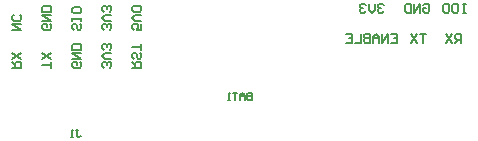
<source format=gbr>
%TF.GenerationSoftware,Altium Limited,Altium Designer,20.1.8 (145)*%
G04 Layer_Color=65535*
%FSLAX45Y45*%
%MOMM*%
%TF.SameCoordinates,FD79255C-762C-4566-ADEE-39C3475191BA*%
%TF.FilePolarity,Positive*%
%TF.FileFunction,Legend,Bot*%
%TF.Part,Single*%
G01*
G75*
%TA.AperFunction,NonConductor*%
%ADD38C,0.15240*%
%ADD39C,0.12700*%
D38*
X4047947Y952131D02*
X3997163D01*
X4022555D01*
Y875956D01*
X3971772Y952131D02*
X3920988Y875956D01*
Y952131D02*
X3971772Y875956D01*
X3690226Y1193335D02*
X3677530Y1206031D01*
X3652138D01*
X3639443Y1193335D01*
Y1180639D01*
X3652138Y1167944D01*
X3664834D01*
X3652138D01*
X3639443Y1155248D01*
Y1142552D01*
X3652138Y1129856D01*
X3677530D01*
X3690226Y1142552D01*
X3614051Y1206031D02*
Y1155248D01*
X3588659Y1129856D01*
X3563267Y1155248D01*
Y1206031D01*
X3537875Y1193335D02*
X3525179Y1206031D01*
X3499788D01*
X3487092Y1193335D01*
Y1180639D01*
X3499788Y1167944D01*
X3512483D01*
X3499788D01*
X3487092Y1155248D01*
Y1142552D01*
X3499788Y1129856D01*
X3525179D01*
X3537875Y1142552D01*
X4383878Y1206031D02*
X4358486D01*
X4371182D01*
Y1129856D01*
X4383878D01*
X4358486D01*
X4282311Y1206031D02*
X4307703D01*
X4320399Y1193335D01*
Y1142552D01*
X4307703Y1129856D01*
X4282311D01*
X4269615Y1142552D01*
Y1193335D01*
X4282311Y1206031D01*
X4244223Y1193335D02*
X4231527Y1206031D01*
X4206135D01*
X4193440Y1193335D01*
Y1142552D01*
X4206135Y1129856D01*
X4231527D01*
X4244223Y1142552D01*
Y1193335D01*
X3749514Y952131D02*
X3800298D01*
Y875956D01*
X3749514D01*
X3800298Y914043D02*
X3774906D01*
X3724122Y875956D02*
Y952131D01*
X3673339Y875956D01*
Y952131D01*
X3647947Y875956D02*
Y926739D01*
X3622555Y952131D01*
X3597163Y926739D01*
Y875956D01*
Y914043D01*
X3647947D01*
X3571772Y952131D02*
Y875956D01*
X3533684D01*
X3520988Y888652D01*
Y901347D01*
X3533684Y914043D01*
X3571772D01*
X3533684D01*
X3520988Y926739D01*
Y939435D01*
X3533684Y952131D01*
X3571772D01*
X3495596D02*
Y875956D01*
X3444813D01*
X3368637Y952131D02*
X3419421D01*
Y875956D01*
X3368637D01*
X3419421Y914043D02*
X3394029D01*
X4347947Y875956D02*
Y952131D01*
X4309859D01*
X4297163Y939435D01*
Y914043D01*
X4309859Y901347D01*
X4347947D01*
X4322555D02*
X4297163Y875956D01*
X4271771Y952131D02*
X4220988Y875956D01*
Y952131D02*
X4271771Y875956D01*
X4022636Y1193335D02*
X4035331Y1206031D01*
X4060723D01*
X4073419Y1193335D01*
Y1142552D01*
X4060723Y1129856D01*
X4035331D01*
X4022636Y1142552D01*
Y1167944D01*
X4048027D01*
X3997244Y1129856D02*
Y1206031D01*
X3946460Y1129856D01*
Y1206031D01*
X3921068D02*
Y1129856D01*
X3882981D01*
X3870285Y1142552D01*
Y1193335D01*
X3882981Y1206031D01*
X3921068D01*
X545888Y989100D02*
X622063D01*
X545888Y1039884D01*
X622063D01*
X609367Y1116059D02*
X622063Y1103364D01*
Y1077972D01*
X609367Y1065276D01*
X558584D01*
X545888Y1077972D01*
Y1103364D01*
X558584Y1116059D01*
X863367Y1039884D02*
X876063Y1027188D01*
Y1001796D01*
X863367Y989100D01*
X812584D01*
X799888Y1001796D01*
Y1027188D01*
X812584Y1039884D01*
X837975D01*
Y1014492D01*
X799888Y1065276D02*
X876063D01*
X799888Y1116059D01*
X876063D01*
Y1141451D02*
X799888D01*
Y1179539D01*
X812584Y1192235D01*
X863367D01*
X876063Y1179539D01*
Y1141451D01*
X1115146Y1039884D02*
X1127842Y1027188D01*
Y1001796D01*
X1115146Y989100D01*
X1102450D01*
X1089754Y1001796D01*
Y1027188D01*
X1077058Y1039884D01*
X1064362D01*
X1051666Y1027188D01*
Y1001796D01*
X1064362Y989100D01*
X1127842Y1065276D02*
Y1090668D01*
Y1077972D01*
X1051666D01*
Y1065276D01*
Y1090668D01*
X1127842Y1166843D02*
Y1141451D01*
X1115146Y1128755D01*
X1064362D01*
X1051666Y1141451D01*
Y1166843D01*
X1064362Y1179539D01*
X1115146D01*
X1127842Y1166843D01*
X1371367Y989100D02*
X1384063Y1001796D01*
Y1027188D01*
X1371367Y1039884D01*
X1358671D01*
X1345975Y1027188D01*
Y1014492D01*
Y1027188D01*
X1333280Y1039884D01*
X1320584D01*
X1307888Y1027188D01*
Y1001796D01*
X1320584Y989100D01*
X1384063Y1065276D02*
X1333280D01*
X1307888Y1090668D01*
X1333280Y1116059D01*
X1384063D01*
X1371367Y1141451D02*
X1384063Y1154147D01*
Y1179539D01*
X1371367Y1192235D01*
X1358671D01*
X1345975Y1179539D01*
Y1166843D01*
Y1179539D01*
X1333280Y1192235D01*
X1320584D01*
X1307888Y1179539D01*
Y1154147D01*
X1320584Y1141451D01*
X1638063Y1039884D02*
Y989100D01*
X1599975D01*
X1612671Y1014492D01*
Y1027188D01*
X1599975Y1039884D01*
X1574584D01*
X1561888Y1027188D01*
Y1001796D01*
X1574584Y989100D01*
X1638063Y1065276D02*
X1587280D01*
X1561888Y1090668D01*
X1587280Y1116059D01*
X1638063D01*
X1625367Y1141451D02*
X1638063Y1154147D01*
Y1179539D01*
X1625367Y1192235D01*
X1574584D01*
X1561888Y1179539D01*
Y1154147D01*
X1574584Y1141451D01*
X1625367D01*
X1561078Y666985D02*
X1637253D01*
Y705073D01*
X1624557Y717769D01*
X1599166D01*
X1586470Y705073D01*
Y666985D01*
Y692377D02*
X1561078Y717769D01*
X1624557Y793944D02*
X1637253Y781249D01*
Y755857D01*
X1624557Y743161D01*
X1611861D01*
X1599166Y755857D01*
Y781249D01*
X1586470Y793944D01*
X1573774D01*
X1561078Y781249D01*
Y755857D01*
X1573774Y743161D01*
X1637253Y819336D02*
Y870120D01*
Y844728D01*
X1561078D01*
X1370557Y666985D02*
X1383253Y679681D01*
Y705073D01*
X1370557Y717769D01*
X1357861D01*
X1345166Y705073D01*
Y692377D01*
Y705073D01*
X1332470Y717769D01*
X1319774D01*
X1307078Y705073D01*
Y679681D01*
X1319774Y666985D01*
X1383253Y743161D02*
X1332470D01*
X1307078Y768553D01*
X1332470Y793944D01*
X1383253D01*
X1370557Y819336D02*
X1383253Y832032D01*
Y857424D01*
X1370557Y870120D01*
X1357861D01*
X1345166Y857424D01*
Y844728D01*
Y857424D01*
X1332470Y870120D01*
X1319774D01*
X1307078Y857424D01*
Y832032D01*
X1319774Y819336D01*
X1116557Y717769D02*
X1129253Y705073D01*
Y679681D01*
X1116557Y666985D01*
X1065774D01*
X1053078Y679681D01*
Y705073D01*
X1065774Y717769D01*
X1091166D01*
Y692377D01*
X1053078Y743161D02*
X1129253D01*
X1053078Y793944D01*
X1129253D01*
Y819336D02*
X1053078D01*
Y857424D01*
X1065774Y870120D01*
X1116557D01*
X1129253Y857424D01*
Y819336D01*
X875253Y666985D02*
Y717769D01*
Y692377D01*
X799078D01*
X875253Y743161D02*
X799078Y793944D01*
X875253D02*
X799078Y743161D01*
X545078Y666985D02*
X621253D01*
Y705073D01*
X608557Y717769D01*
X583166D01*
X570470Y705073D01*
Y666985D01*
Y692377D02*
X545078Y717769D01*
X621253Y743161D02*
X545078Y793944D01*
X621253D02*
X545078Y743161D01*
D39*
X1082804Y141357D02*
X1103118D01*
X1092961D01*
Y90573D01*
X1103118Y80416D01*
X1113274D01*
X1123431Y90573D01*
X1062491Y80416D02*
X1042177D01*
X1052334D01*
Y141357D01*
X1062491Y131200D01*
X2572488Y455320D02*
Y394380D01*
X2542018D01*
X2531861Y404537D01*
Y414694D01*
X2542018Y424850D01*
X2572488D01*
X2542018D01*
X2531861Y435007D01*
Y445164D01*
X2542018Y455320D01*
X2572488D01*
X2511548Y394380D02*
Y435007D01*
X2491234Y455320D01*
X2470921Y435007D01*
Y394380D01*
Y424850D01*
X2511548D01*
X2450607Y455320D02*
X2409981D01*
X2430294D01*
Y394380D01*
X2389667D02*
X2369354D01*
X2379511D01*
Y455320D01*
X2389667Y445164D01*
%TF.MD5,c2c13c88e12fcb77c8ff926b6c17ffec*%
M02*

</source>
